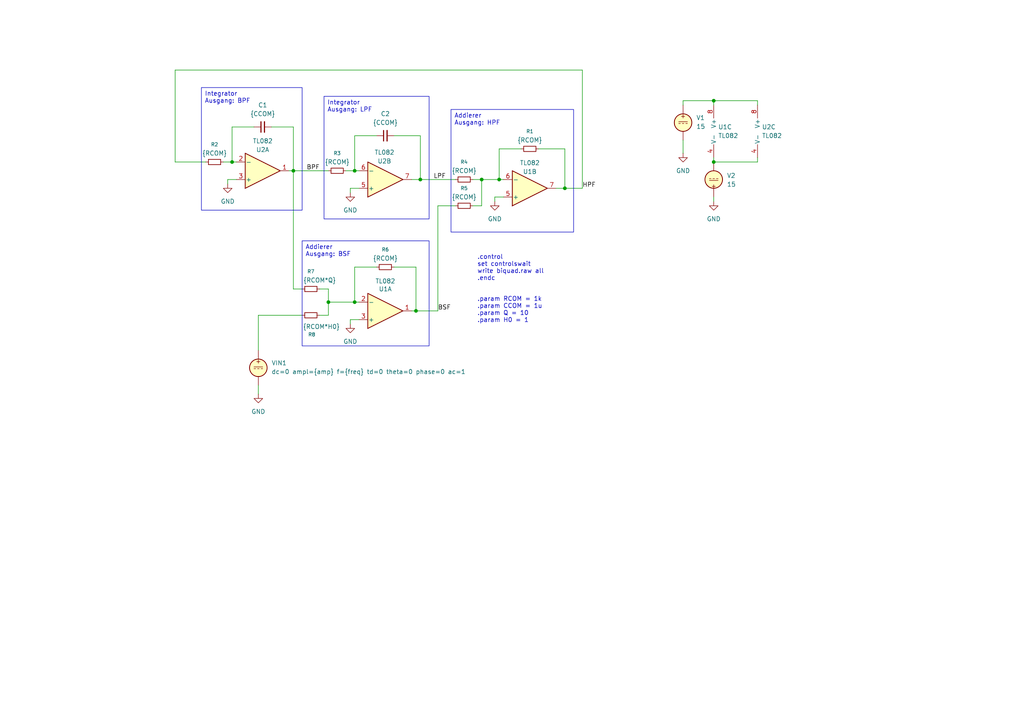
<source format=kicad_sch>
(kicad_sch (version 20250114) (generator "eeschema") (generator_version "9.0")
  (paper "A4")
  (lib_symbols
    (symbol "Amplifier_Operational:TL082" (pin_names (offset 0.127))
      (property "Reference" "U" (at 0 5.08 0))
      (property "Value" "TL082" (at 0 -5.08 0))
      (symbol "TL082_1_1"
        (polyline (pts (xy -5.08 5.08) (xy 5.08 0) (xy -5.08 -5.08) (xy -5.08 5.08)) (stroke (width 0.254)) (fill (type background)))
        (pin input line (at -7.62 2.54 0) (length 2.54) (name "+") (number "3"))
        (pin input line (at -7.62 -2.54 0) (length 2.54) (name "-") (number "2"))
        (pin output line (at 7.62 0 180) (length 2.54) (name "~") (number "1"))
      )
      (symbol "TL082_2_1"
        (polyline (pts (xy -5.08 5.08) (xy 5.08 0) (xy -5.08 -5.08) (xy -5.08 5.08)) (stroke (width 0.254)) (fill (type background)))
        (pin input line (at -7.62 2.54 0) (length 2.54) (name "+") (number "5"))
        (pin input line (at -7.62 -2.54 0) (length 2.54) (name "-") (number "6"))
        (pin output line (at 7.62 0 180) (length 2.54) (name "~") (number "7"))
      )
      (symbol "TL082_3_1"
        (pin power_in line (at -2.54 7.62 270) (length 3.81) (name "V+") (number "8"))
        (pin power_in line (at -2.54 -7.62 90) (length 3.81) (name "V-") (number "4"))
      )
    )
    (symbol "Device:C_Small" (pin_numbers (hide yes)) (pin_names (offset 0.254) (hide yes))
      (property "Reference" "C" (at 0.254 1.778 0))
      (property "Value" "C_Small" (at 0.254 -2.032 0))
      (symbol "C_Small_0_1"
        (polyline (pts (xy -1.524 0.508) (xy 1.524 0.508)) (stroke (width 0.3048)))
        (polyline (pts (xy -1.524 -0.508) (xy 1.524 -0.508)) (stroke (width 0.3302)))
      )
      (symbol "C_Small_1_1"
        (pin passive line (at 0 2.54 270) (length 2.032) (name "~") (number "1"))
        (pin passive line (at 0 -2.54 90) (length 2.032) (name "~") (number "2"))
      )
    )
    (symbol "Device:R_Small" (pin_numbers (hide yes)) (pin_names (offset 0.254) (hide yes))
      (property "Reference" "R" (at 0 0 90))
      (property "Value" "R_Small" (at 1.778 0 90))
      (symbol "R_Small_0_1"
        (rectangle (start -0.762 1.778) (end 0.762 -1.778) (stroke (width 0.2032)))
      )
      (symbol "R_Small_1_1"
        (pin passive line (at 0 2.54 270) (length 0.762) (name "~") (number "1"))
        (pin passive line (at 0 -2.54 90) (length 0.762) (name "~") (number "2"))
      )
    )
    (symbol "Simulation_SPICE:VDC" (pin_numbers (hide yes)) (pin_names (offset 0.0254))
      (property "Reference" "V" (at 2.54 2.54 0))
      (property "Value" "1" (at 2.54 0 0))
      (symbol "VDC_0_0"
        (polyline (pts (xy -1.27 0.254) (xy 1.27 0.254)))
        (polyline (pts (xy -0.762 -0.254) (xy -1.27 -0.254)))
        (polyline (pts (xy 0.254 -0.254) (xy -0.254 -0.254)))
        (polyline (pts (xy 1.27 -0.254) (xy 0.762 -0.254)))
        (text "+" (at 0 1.905 0) (effects (font (size 1.27 1.27))))
      )
      (symbol "VDC_0_1"
        (circle (center 0 0) (radius 2.54) (stroke (width 0.254)) (fill (type background)))
      )
      (symbol "VDC_1_1"
        (pin passive line (at 0 5.08 270) (length 2.54) (name "~") (number "1"))
        (pin passive line (at 0 -5.08 90) (length 2.54) (name "~") (number "2"))
      )
    )
    (symbol "power:GND" (power) (pin_numbers (hide yes)) (pin_names (offset 0) (hide yes))
      (property "Value" "GND" (at 0 -3.81 0))
      (symbol "GND_0_1"
        (polyline (pts (xy 0 0) (xy 0 -1.27) (xy 1.27 -1.27) (xy 0 -2.54) (xy -1.27 -1.27) (xy 0 -1.27)))
      )
      (symbol "GND_1_1"
        (pin power_in line (at 0 0 270) (length 0) (name "~") (number "1"))
      )
    )
  )
  (text ".control\nset controlswait\nwrite biquad.raw all\n.endc" (at 138.43 77.724 0) (effects (font (size 1.27 1.27)) (justify left)))
  (text ".param RCOM = 1k\n.param CCOM = 1u\n.param Q = 10\n.param H0 = 1" (at 138.43 86.106 0) (effects (font (size 1.27 1.27)) (justify left top)))
  (text_box "Integrator\nAusgang: LPF\n" (at 93.98 27.94 0) (size 30.48 35.56) (margins 0.9525 0.9525 0.9525 0.9525) (effects (font (size 1.27 1.27)) (justify left top)))
  (text_box "Addierer\nAusgang: HPF\n" (at 130.81 31.75 0) (size 35.56 35.56) (margins 0.9525 0.9525 0.9525 0.9525) (effects (font (size 1.27 1.27)) (justify left top)))
  (text_box "Addierer\nAusgang: BSF\n" (at 87.63 69.85 0) (size 36.83 30.48) (margins 0.9525 0.9525 0.9525 0.9525) (effects (font (size 1.27 1.27)) (justify left top)))
  (text_box "Integrator\nAusgang: BPF\n" (at 58.42 25.4 0) (size 29.21 35.56) (margins 0.9525 0.9525 0.9525 0.9525) (effects (font (size 1.27 1.27)) (justify left top)))
  (junction (at 207.01 29.21))
  (junction (at 120.65 90.17))
  (junction (at 102.87 49.53))
  (junction (at 163.83 54.61))
  (junction (at 85.09 49.53))
  (junction (at 207.01 46.99))
  (junction (at 102.87 87.63))
  (junction (at 139.7 52.07))
  (junction (at 95.25 87.63))
  (junction (at 121.92 52.07))
  (junction (at 67.31 46.99))
  (junction (at 144.78 52.07))
  (wire (pts (xy 207.01 45.72) (xy 207.01 46.99)))
  (wire (pts (xy 101.6 54.61) (xy 104.14 54.61)))
  (wire (pts (xy 168.91 20.32) (xy 168.91 54.61)))
  (wire (pts (xy 78.74 36.83) (xy 85.09 36.83)))
  (wire (pts (xy 120.65 90.17) (xy 120.65 77.47)))
  (wire (pts (xy 156.21 43.18) (xy 163.83 43.18)))
  (wire (pts (xy 151.13 43.18) (xy 144.78 43.18)))
  (wire (pts (xy 66.04 52.07) (xy 68.58 52.07)))
  (wire (pts (xy 85.09 36.83) (xy 85.09 49.53)))
  (wire (pts (xy 74.93 91.44) (xy 74.93 101.6)))
  (wire (pts (xy 87.63 91.44) (xy 74.93 91.44)))
  (wire (pts (xy 66.04 53.34) (xy 66.04 52.07)))
  (wire (pts (xy 144.78 43.18) (xy 144.78 52.07)))
  (wire (pts (xy 92.71 91.44) (xy 95.25 91.44)))
  (wire (pts (xy 85.09 49.53) (xy 95.25 49.53)))
  (wire (pts (xy 102.87 87.63) (xy 104.14 87.63)))
  (wire (pts (xy 219.71 46.99) (xy 207.01 46.99)))
  (wire (pts (xy 64.77 46.99) (xy 67.31 46.99)))
  (wire (pts (xy 119.38 52.07) (xy 121.92 52.07)))
  (wire (pts (xy 219.71 45.72) (xy 219.71 46.99)))
  (wire (pts (xy 144.78 52.07) (xy 146.05 52.07)))
  (wire (pts (xy 74.93 111.76) (xy 74.93 114.3)))
  (wire (pts (xy 73.66 36.83) (xy 67.31 36.83)))
  (wire (pts (xy 67.31 46.99) (xy 68.58 46.99)))
  (wire (pts (xy 168.91 54.61) (xy 163.83 54.61)))
  (wire (pts (xy 87.63 83.82) (xy 85.09 83.82)))
  (wire (pts (xy 102.87 77.47) (xy 102.87 87.63)))
  (wire (pts (xy 198.12 30.48) (xy 198.12 29.21)))
  (wire (pts (xy 102.87 39.37) (xy 102.87 49.53)))
  (wire (pts (xy 139.7 52.07) (xy 144.78 52.07)))
  (wire (pts (xy 100.33 49.53) (xy 102.87 49.53)))
  (wire (pts (xy 85.09 49.53) (xy 85.09 83.82)))
  (wire (pts (xy 59.69 46.99) (xy 50.8 46.99)))
  (wire (pts (xy 127 59.69) (xy 127 90.17)))
  (wire (pts (xy 92.71 83.82) (xy 95.25 83.82)))
  (wire (pts (xy 95.25 91.44) (xy 95.25 87.63)))
  (wire (pts (xy 95.25 83.82) (xy 95.25 87.63)))
  (wire (pts (xy 127 59.69) (xy 132.08 59.69)))
  (wire (pts (xy 114.3 77.47) (xy 120.65 77.47)))
  (wire (pts (xy 127 90.17) (xy 120.65 90.17)))
  (wire (pts (xy 102.87 77.47) (xy 109.22 77.47)))
  (wire (pts (xy 95.25 87.63) (xy 102.87 87.63)))
  (wire (pts (xy 139.7 59.69) (xy 137.16 59.69)))
  (wire (pts (xy 121.92 39.37) (xy 121.92 52.07)))
  (wire (pts (xy 50.8 46.99) (xy 50.8 20.32)))
  (wire (pts (xy 101.6 55.88) (xy 101.6 54.61)))
  (wire (pts (xy 198.12 29.21) (xy 207.01 29.21)))
  (wire (pts (xy 198.12 40.64) (xy 198.12 44.45)))
  (wire (pts (xy 102.87 49.53) (xy 104.14 49.53)))
  (wire (pts (xy 207.01 58.42) (xy 207.01 57.15)))
  (wire (pts (xy 67.31 36.83) (xy 67.31 46.99)))
  (wire (pts (xy 143.51 58.42) (xy 143.51 57.15)))
  (wire (pts (xy 102.87 39.37) (xy 109.22 39.37)))
  (wire (pts (xy 114.3 39.37) (xy 121.92 39.37)))
  (wire (pts (xy 50.8 20.32) (xy 168.91 20.32)))
  (wire (pts (xy 163.83 54.61) (xy 161.29 54.61)))
  (wire (pts (xy 101.6 92.71) (xy 101.6 93.98)))
  (wire (pts (xy 121.92 52.07) (xy 132.08 52.07)))
  (wire (pts (xy 137.16 52.07) (xy 139.7 52.07)))
  (wire (pts (xy 104.14 92.71) (xy 101.6 92.71)))
  (wire (pts (xy 83.82 49.53) (xy 85.09 49.53)))
  (wire (pts (xy 219.71 30.48) (xy 219.71 29.21)))
  (wire (pts (xy 120.65 90.17) (xy 119.38 90.17)))
  (wire (pts (xy 207.01 29.21) (xy 207.01 30.48)))
  (wire (pts (xy 163.83 43.18) (xy 163.83 54.61)))
  (wire (pts (xy 139.7 59.69) (xy 139.7 52.07)))
  (wire (pts (xy 143.51 57.15) (xy 146.05 57.15)))
  (wire (pts (xy 207.01 29.21) (xy 219.71 29.21)))
  (label "HPF" (at 168.91 54.61 0))
  (label "LPF" (at 125.73 52.07 0))
  (label "BPF" (at 88.9 49.53 0))
  (label "BSF" (at 127 90.17 0))
  (symbol (lib_id "Amplifier_Operational:TL082") (at 209.55 38.1 0) (unit 3)
    (property "Reference" "U1" (at 208.28 36.8299 0) (effects (justify left)))
    (property "Value" "TL082" (at 208.28 39.3699 0) (effects (justify left)))
    (property "Datasheet" "http://www.ti.com/lit/ds/symlink/tl081.pdf" (effects (hide yes)))
    (property "Description" "Dual JFET-Input Operational Amplifiers, DIP-8/SOIC-8/SSOP-8" (effects (hide yes)))
    (property "Sim.Library" "TL082-dual.lib" (effects (hide yes)))
    (property "Sim.Name" "TL082-dual" (effects (hide yes)))
    (property "Sim.Device" "SUBCKT" (effects (hide yes)))
    (property "Sim.Pins" "1=1out 2=1in- 3=1in+ 4=vcc- 5=2in+ 6=2in- 7=2out 8=vcc+" (effects (hide yes)))
  )
  (symbol (lib_id "Device:R_Small") (at 62.23 46.99 90) (unit 1)
    (property "Reference" "R2" (at 62.23 41.91 90) (effects (font (size 1.016 1.016))))
    (property "Value" "{RCOM}" (at 62.23 44.45 90))
    (property "Description" "Resistor, small symbol" (effects (hide yes)))
  )
  (symbol (lib_id "Device:R_Small") (at 134.62 52.07 90) (unit 1)
    (property "Reference" "R4" (at 134.62 46.99 90) (effects (font (size 1.016 1.016))))
    (property "Value" "{RCOM}" (at 134.62 49.53 90))
    (property "Description" "Resistor, small symbol" (effects (hide yes)))
  )
  (symbol (lib_id "Simulation_SPICE:VDC") (at 74.93 106.68 0) (unit 1)
    (property "Reference" "VIN1" (at 78.74 105.2801 0) (effects (justify left)))
    (property "Value" "${SIM.PARAMS}" (at 78.74 107.8201 0) (effects (justify left)))
    (property "Datasheet" "https://ngspice.sourceforge.io/docs/ngspice-html-manual/manual.xhtml#sec_Independent_Sources_for" (effects (hide yes)))
    (property "Description" "Voltage source, DC" (effects (hide yes)))
    (property "Sim.Pins" "1=+ 2=-" (effects (hide yes)))
    (property "Sim.Type" "SIN" (effects (hide yes)))
    (property "Sim.Device" "V" (effects (hide yes)))
    (property "Sim.Params" "dc=0 ampl={amp} f={freq} td=0 theta=0 phase=0 ac=1" (effects (hide yes)))
  )
  (symbol (lib_id "power:GND") (at 143.51 58.42 0) (unit 1)
    (property "Reference" "#PWR04" (effects (hide yes)))
    (property "Value" "GND" (at 143.51 63.5 0))
    (property "Description" "Power symbol creates a global label with name \"GND\" , ground" (effects (hide yes)))
  )
  (symbol (lib_id "power:GND") (at 207.01 58.42 0) (unit 1)
    (property "Reference" "#PWR05" (effects (hide yes)))
    (property "Value" "GND" (at 207.01 63.5 0))
    (property "Description" "Power symbol creates a global label with name \"GND\" , ground" (effects (hide yes)))
  )
  (symbol (lib_id "Device:C_Small") (at 76.2 36.83 90) (unit 1)
    (property "Reference" "C1" (at 76.2063 30.48 90))
    (property "Value" "{CCOM}" (at 76.2063 33.02 90))
    (property "Description" "Unpolarized capacitor, small symbol" (effects (hide yes)))
  )
  (symbol (lib_id "Simulation_SPICE:VDC") (at 207.01 52.07 180) (unit 1)
    (property "Reference" "V2" (at 210.82 50.9297 0) (effects (justify right)))
    (property "Value" "15" (at 210.82 53.4697 0) (effects (justify right)))
    (property "Datasheet" "https://ngspice.sourceforge.io/docs/ngspice-html-manual/manual.xhtml#sec_Independent_Sources_for" (effects (hide yes)))
    (property "Description" "Voltage source, DC" (effects (hide yes)))
    (property "Sim.Pins" "1=+ 2=-" (effects (hide yes)))
    (property "Sim.Type" "DC" (effects (hide yes)))
    (property "Sim.Device" "V" (effects (hide yes)))
  )
  (symbol (lib_id "power:GND") (at 101.6 93.98 0) (unit 1)
    (property "Reference" "#PWR06" (effects (hide yes)))
    (property "Value" "GND" (at 101.6 99.06 0))
    (property "Description" "Power symbol creates a global label with name \"GND\" , ground" (effects (hide yes)))
  )
  (symbol (lib_id "Device:C_Small") (at 111.76 39.37 90) (unit 1)
    (property "Reference" "C2" (at 111.7663 33.02 90))
    (property "Value" "{CCOM}" (at 111.7663 35.56 90))
    (property "Description" "Unpolarized capacitor, small symbol" (effects (hide yes)))
  )
  (symbol (lib_id "Amplifier_Operational:TL082") (at 153.67 54.61 0) (mirror x) (unit 2)
    (property "Reference" "U1" (at 153.67 49.784 0))
    (property "Value" "TL082" (at 153.67 47.244 0))
    (property "Datasheet" "http://www.ti.com/lit/ds/symlink/tl081.pdf" (effects (hide yes)))
    (property "Description" "Dual JFET-Input Operational Amplifiers, DIP-8/SOIC-8/SSOP-8" (effects (hide yes)))
    (property "Sim.Library" "TL082-dual.lib" (effects (hide yes)))
    (property "Sim.Name" "TL082-dual" (effects (hide yes)))
    (property "Sim.Device" "SUBCKT" (effects (hide yes)))
    (property "Sim.Pins" "1=1out 2=1in- 3=1in+ 4=vcc- 5=2in+ 6=2in- 7=2out 8=vcc+" (effects (hide yes)))
  )
  (symbol (lib_id "power:GND") (at 101.6 55.88 0) (unit 1)
    (property "Reference" "#PWR03" (effects (hide yes)))
    (property "Value" "GND" (at 101.6 60.96 0))
    (property "Description" "Power symbol creates a global label with name \"GND\" , ground" (effects (hide yes)))
  )
  (symbol (lib_id "Device:R_Small") (at 153.67 43.18 90) (unit 1)
    (property "Reference" "R1" (at 153.67 38.1 90) (effects (font (size 1.016 1.016))))
    (property "Value" "{RCOM}" (at 153.67 40.64 90))
    (property "Description" "Resistor, small symbol" (effects (hide yes)))
  )
  (symbol (lib_id "power:GND") (at 74.93 114.3 0) (unit 1)
    (property "Reference" "#PWR07" (effects (hide yes)))
    (property "Value" "GND" (at 74.93 119.38 0))
    (property "Description" "Power symbol creates a global label with name \"GND\" , ground" (effects (hide yes)))
  )
  (symbol (lib_id "Amplifier_Operational:TL082") (at 111.76 90.17 0) (mirror x) (unit 1)
    (property "Reference" "U1" (at 111.76 83.82 0))
    (property "Value" "TL082" (at 111.76 81.534 0))
    (property "Datasheet" "http://www.ti.com/lit/ds/symlink/tl081.pdf" (effects (hide yes)))
    (property "Description" "Dual JFET-Input Operational Amplifiers, DIP-8/SOIC-8/SSOP-8" (effects (hide yes)))
    (property "Sim.Library" "TL082-dual.lib" (effects (hide yes)))
    (property "Sim.Name" "TL082-dual" (effects (hide yes)))
    (property "Sim.Device" "SUBCKT" (effects (hide yes)))
    (property "Sim.Pins" "1=1out 2=1in- 3=1in+ 4=vcc- 5=2in+ 6=2in- 7=2out 8=vcc+" (effects (hide yes)))
  )
  (symbol (lib_id "Device:R_Small") (at 90.17 83.82 90) (unit 1)
    (property "Reference" "R7" (at 90.17 78.74 90) (effects (font (size 1.016 1.016))))
    (property "Value" "{RCOM*Q}" (at 92.71 81.28 90))
    (property "Description" "Resistor, small symbol" (effects (hide yes)))
    (property "Note: " "Güte(Q) -> wenn R bzw. Q+, dann BP schmaler und Verstärkung +" (effects (hide yes)))
  )
  (symbol (lib_id "power:GND") (at 66.04 53.34 0) (unit 1)
    (property "Reference" "#PWR02" (effects (hide yes)))
    (property "Value" "GND" (at 66.04 58.42 0))
    (property "Description" "Power symbol creates a global label with name \"GND\" , ground" (effects (hide yes)))
  )
  (symbol (lib_id "Simulation_SPICE:VDC") (at 198.12 35.56 0) (unit 1)
    (property "Reference" "V1" (at 201.93 34.1601 0) (effects (justify left)))
    (property "Value" "15" (at 201.93 36.7001 0) (effects (justify left)))
    (property "Datasheet" "https://ngspice.sourceforge.io/docs/ngspice-html-manual/manual.xhtml#sec_Independent_Sources_for" (effects (hide yes)))
    (property "Description" "Voltage source, DC" (effects (hide yes)))
    (property "Sim.Pins" "1=+ 2=-" (effects (hide yes)))
    (property "Sim.Type" "DC" (effects (hide yes)))
    (property "Sim.Device" "V" (effects (hide yes)))
  )
  (symbol (lib_id "Device:R_Small") (at 111.76 77.47 90) (unit 1)
    (property "Reference" "R6" (at 111.76 72.39 90) (effects (font (size 1.016 1.016))))
    (property "Value" "{RCOM}" (at 111.76 74.93 90))
    (property "Description" "Resistor, small symbol" (effects (hide yes)))
  )
  (symbol (lib_id "Device:R_Small") (at 90.17 91.44 90) (unit 1)
    (property "Reference" "R8" (at 90.424 97.028 90) (effects (font (size 1.016 1.016))))
    (property "Value" "{RCOM*H0}" (at 93.218 94.742 90))
    (property "Description" "Resistor, small symbol" (effects (hide yes)))
  )
  (symbol (lib_id "power:GND") (at 198.12 44.45 0) (unit 1)
    (property "Reference" "#PWR01" (effects (hide yes)))
    (property "Value" "GND" (at 198.12 49.53 0))
    (property "Description" "Power symbol creates a global label with name \"GND\" , ground" (effects (hide yes)))
  )
  (symbol (lib_id "Amplifier_Operational:TL082") (at 222.25 38.1 0) (unit 3)
    (property "Reference" "U2" (at 220.98 36.8299 0) (effects (justify left)))
    (property "Value" "TL082" (at 220.98 39.3699 0) (effects (justify left)))
    (property "Datasheet" "http://www.ti.com/lit/ds/symlink/tl081.pdf" (effects (hide yes)))
    (property "Description" "Dual JFET-Input Operational Amplifiers, DIP-8/SOIC-8/SSOP-8" (effects (hide yes)))
    (property "Sim.Library" "TL082-dual.lib" (effects (hide yes)))
    (property "Sim.Name" "TL082-dual" (effects (hide yes)))
    (property "Sim.Device" "SUBCKT" (effects (hide yes)))
    (property "Sim.Pins" "1=1out 2=1in- 3=1in+ 4=vcc- 5=2in+ 6=2in- 7=2out 8=vcc+" (effects (hide yes)))
  )
  (symbol (lib_id "Amplifier_Operational:TL082") (at 76.2 49.53 0) (mirror x) (unit 1)
    (property "Reference" "U2" (at 76.2 43.434 0))
    (property "Value" "TL082" (at 76.2 40.894 0))
    (property "Datasheet" "http://www.ti.com/lit/ds/symlink/tl081.pdf" (effects (hide yes)))
    (property "Description" "Dual JFET-Input Operational Amplifiers, DIP-8/SOIC-8/SSOP-8" (effects (hide yes)))
    (property "Sim.Library" "TL082-dual.lib" (effects (hide yes)))
    (property "Sim.Name" "TL082-dual" (effects (hide yes)))
    (property "Sim.Device" "SUBCKT" (effects (hide yes)))
    (property "Sim.Pins" "1=1out 2=1in- 3=1in+ 4=vcc- 5=2in+ 6=2in- 7=2out 8=vcc+" (effects (hide yes)))
  )
  (symbol (lib_id "Amplifier_Operational:TL082") (at 111.76 52.07 0) (mirror x) (unit 2)
    (property "Reference" "U2" (at 111.506 46.736 0))
    (property "Value" "TL082" (at 111.506 44.196 0))
    (property "Datasheet" "http://www.ti.com/lit/ds/symlink/tl081.pdf" (effects (hide yes)))
    (property "Description" "Dual JFET-Input Operational Amplifiers, DIP-8/SOIC-8/SSOP-8" (effects (hide yes)))
    (property "Sim.Library" "TL082-dual.lib" (effects (hide yes)))
    (property "Sim.Name" "TL082-dual" (effects (hide yes)))
    (property "Sim.Device" "SUBCKT" (effects (hide yes)))
    (property "Sim.Pins" "1=1out 2=1in- 3=1in+ 4=vcc- 5=2in+ 6=2in- 7=2out 8=vcc+" (effects (hide yes)))
  )
  (symbol (lib_id "Device:R_Small") (at 97.79 49.53 90) (unit 1)
    (property "Reference" "R3" (at 97.79 44.45 90) (effects (font (size 1.016 1.016))))
    (property "Value" "{RCOM}" (at 97.79 46.99 90))
    (property "Description" "Resistor, small symbol" (effects (hide yes)))
  )
  (symbol (lib_id "Device:R_Small") (at 134.62 59.69 90) (unit 1)
    (property "Reference" "R5" (at 134.62 54.61 90) (effects (font (size 1.016 1.016))))
    (property "Value" "{RCOM}" (at 134.62 57.15 90))
    (property "Description" "Resistor, small symbol" (effects (hide yes)))
  )
)
</source>
